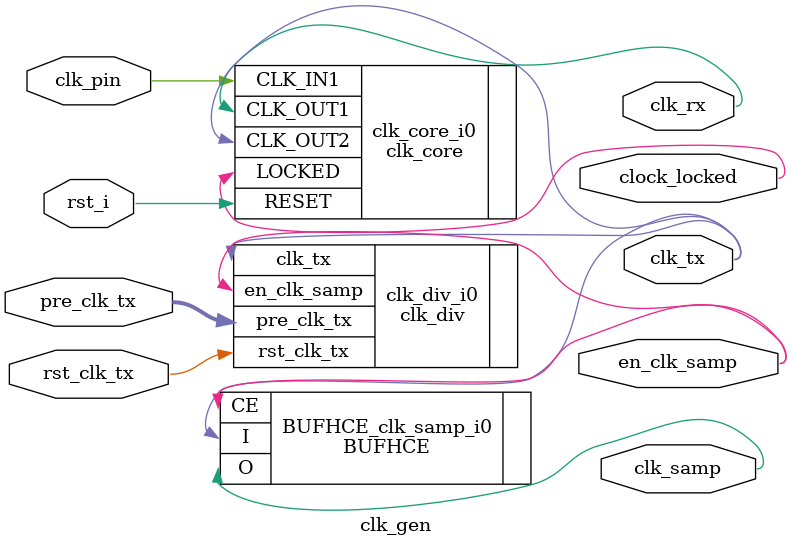
<source format=v>

`timescale 1ns/1ps


module clk_gen (
  input             clk_pin,         // Input clock pin - IBUFG is in core
  input             rst_i,           // Asynchronous input from IBUF

  input             rst_clk_tx,      // For clock divider
  
  input      [15:0] pre_clk_tx,      // Current divider

  output            clk_rx,          // Receive clock
  output            clk_tx,          // Transmit clock
  output            clk_samp,        // Sample clock

  output            en_clk_samp,     // Enable for clk_samp
  output            clock_locked     // Locked signal from MMCM
);

//***************************************************************************
// Function definitions
//***************************************************************************

//***************************************************************************
// Parameter definitions
//***************************************************************************

//***************************************************************************
// Reg declarations
//***************************************************************************

//***************************************************************************
// Wire declarations
//***************************************************************************
  
//***************************************************************************
// Code
//***************************************************************************

  // Instantiate the prescale divider

  clk_div clk_div_i0 (
    .clk_tx          (clk_tx),
    .rst_clk_tx      (rst_clk_tx),
    .pre_clk_tx      (pre_clk_tx),
    .en_clk_samp     (en_clk_samp)
  );

  // Instantiate clk_core - generated by the Clocking Wizard

  clk_core clk_core_i0 (
    .CLK_IN1            (clk_pin), 
    .CLK_OUT1           (clk_rx),
    .CLK_OUT2           (clk_tx), 
    .RESET              (rst_i), 
    .LOCKED             (clock_locked)
  );


  BUFHCE #(
   .INIT_OUT(0)  // Initial output value
  )
  BUFHCE_clk_samp_i0
  (
     .O        (clk_samp),   // 1-bit The output of the BUFH
     .CE       (en_clk_samp),// 1-bit Enables propagation of signal from I to O
     .I        (clk_tx)      // 1-bit The input to the BUFH
  ); // BUFHCE
  


endmodule

</source>
